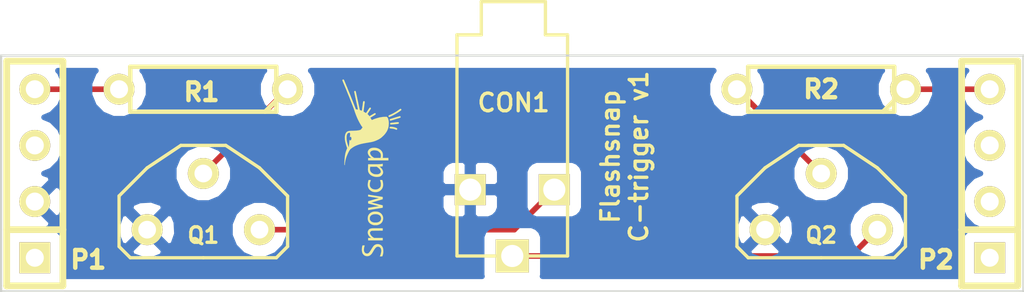
<source format=kicad_pcb>
(kicad_pcb (version 3) (host pcbnew "(2013-jul-07)-stable")

  (general
    (links 9)
    (no_connects 0)
    (area 191.8716 129.189889 240.436401 145.186401)
    (thickness 1.6)
    (drawings 5)
    (tracks 8)
    (zones 0)
    (modules 8)
    (nets 8)
  )

  (page A3)
  (layers
    (15 F.Cu signal)
    (0 B.Cu signal)
    (16 B.Adhes user)
    (17 F.Adhes user)
    (18 B.Paste user)
    (19 F.Paste user)
    (20 B.SilkS user)
    (21 F.SilkS user)
    (22 B.Mask user)
    (23 F.Mask user)
    (24 Dwgs.User user)
    (25 Cmts.User user)
    (26 Eco1.User user)
    (27 Eco2.User user)
    (28 Edge.Cuts user)
  )

  (setup
    (last_trace_width 0.254)
    (trace_clearance 0.254)
    (zone_clearance 0.508)
    (zone_45_only no)
    (trace_min 0.254)
    (segment_width 0.2)
    (edge_width 0.1)
    (via_size 0.889)
    (via_drill 0.635)
    (via_min_size 0.889)
    (via_min_drill 0.508)
    (uvia_size 0.508)
    (uvia_drill 0.127)
    (uvias_allowed no)
    (uvia_min_size 0.508)
    (uvia_min_drill 0.127)
    (pcb_text_width 0.3)
    (pcb_text_size 1.5 1.5)
    (mod_edge_width 0.15)
    (mod_text_size 1 1)
    (mod_text_width 0.15)
    (pad_size 1.4 1.4)
    (pad_drill 1)
    (pad_to_mask_clearance 0)
    (aux_axis_origin 0 0)
    (visible_elements FFFFFFBF)
    (pcbplotparams
      (layerselection 284196865)
      (usegerberextensions true)
      (excludeedgelayer true)
      (linewidth 0.150000)
      (plotframeref false)
      (viasonmask false)
      (mode 1)
      (useauxorigin false)
      (hpglpennumber 1)
      (hpglpenspeed 20)
      (hpglpendiameter 15)
      (hpglpenoverlay 2)
      (psnegative false)
      (psa4output false)
      (plotreference true)
      (plotvalue true)
      (plotothertext true)
      (plotinvisibletext false)
      (padsonsilk false)
      (subtractmaskfromsilk false)
      (outputformat 1)
      (mirror false)
      (drillshape 0)
      (scaleselection 1)
      (outputdirectory gerbers/))
  )

  (net 0 "")
  (net 1 N-000001)
  (net 2 N-0000010)
  (net 3 N-0000011)
  (net 4 N-0000012)
  (net 5 N-000002)
  (net 6 N-000003)
  (net 7 N-000009)

  (net_class Default "This is the default net class."
    (clearance 0.254)
    (trace_width 0.254)
    (via_dia 0.889)
    (via_drill 0.635)
    (uvia_dia 0.508)
    (uvia_drill 0.127)
    (add_net "")
    (add_net N-000001)
    (add_net N-0000010)
    (add_net N-0000011)
    (add_net N-0000012)
    (add_net N-000002)
    (add_net N-000003)
    (add_net N-000009)
  )

  (module SJ2.5PC (layer F.Cu) (tedit 5492BA4A) (tstamp 5491E805)
    (at 217.17 138.43 270)
    (path /5491E788)
    (fp_text reference CON1 (at -1.93 -0.06 360) (layer F.SilkS)
      (effects (font (size 0.8 0.8) (thickness 0.15)))
    )
    (fp_text value BARREL_JACK (at -2.8 3.9 270) (layer F.SilkS) hide
      (effects (font (size 1 1) (thickness 0.15)))
    )
    (fp_line (start 5 2.5) (end -5 2.5) (layer F.SilkS) (width 0.15))
    (fp_line (start -5 -1.5) (end -6.5 -1.5) (layer F.SilkS) (width 0.15))
    (fp_line (start -6.5 -1.5) (end -6.5 1.4) (layer F.SilkS) (width 0.15))
    (fp_line (start -5 2.5) (end -5 1.4) (layer F.SilkS) (width 0.15))
    (fp_line (start -5 1.4) (end -6.5 1.4) (layer F.SilkS) (width 0.15))
    (fp_line (start 5 -2.5) (end -5 -2.5) (layer F.SilkS) (width 0.15))
    (fp_line (start -5 -2.5) (end -5 -1.5) (layer F.SilkS) (width 0.15))
    (fp_line (start 5 -2.5) (end 5 2.5) (layer F.SilkS) (width 0.15))
    (pad 3 thru_hole rect (at 5 0 270) (size 1.5 1.5) (drill 1)
      (layers *.Cu *.Mask F.SilkS)
      (net 6 N-000003)
    )
    (pad 2 thru_hole rect (at 2 -1.9 270) (size 1.4 1.4) (drill 1)
      (layers *.Cu *.Mask F.SilkS)
      (net 5 N-000002)
    )
    (pad 1 thru_hole rect (at 2 1.9 270) (size 1.4 1.4) (drill 1)
      (layers *.Cu *.Mask F.SilkS)
      (net 1 N-000001)
    )
  )

  (module TO92PN-LARGE (layer F.Cu) (tedit 5485FD39) (tstamp 54912F3C)
    (at 203.2 139.7 180)
    (path /54912AB1)
    (fp_text reference Q1 (at 0 -2.794 180) (layer F.SilkS)
      (effects (font (size 0.7 0.7) (thickness 0.15)))
    )
    (fp_text value NPN (at 0 -1.524 180) (layer F.SilkS) hide
      (effects (font (size 0.6 0.6) (thickness 0.15)))
    )
    (fp_line (start -3.81 -3.302) (end -3.81 -1.016) (layer F.SilkS) (width 0.15))
    (fp_line (start -3.81 -1.016) (end -2.54 0.254) (layer F.SilkS) (width 0.15))
    (fp_line (start -2.54 0.254) (end -1.016 1.27) (layer F.SilkS) (width 0.15))
    (fp_line (start -1.016 1.27) (end 1.016 1.27) (layer F.SilkS) (width 0.15))
    (fp_line (start 1.016 1.27) (end 2.54 0.254) (layer F.SilkS) (width 0.15))
    (fp_line (start 2.54 0.254) (end 3.81 -1.016) (layer F.SilkS) (width 0.15))
    (fp_line (start 3.81 -1.016) (end 3.81 -3.302) (layer F.SilkS) (width 0.15))
    (fp_line (start 3.81 -3.302) (end 3.302 -3.81) (layer F.SilkS) (width 0.15))
    (fp_line (start 3.302 -3.81) (end 0 -3.81) (layer F.SilkS) (width 0.15))
    (fp_line (start 0 -3.81) (end -3.302 -3.81) (layer F.SilkS) (width 0.15))
    (fp_line (start -3.302 -3.81) (end -3.81 -3.302) (layer F.SilkS) (width 0.15))
    (pad 1 thru_hole circle (at 2.54 -2.54 180) (size 1.4 1.4) (drill 0.8)
      (layers *.Cu *.Mask F.SilkS)
      (net 1 N-000001)
    )
    (pad 2 thru_hole circle (at 0 0 180) (size 1.4 1.4) (drill 0.8)
      (layers *.Cu *.Mask F.SilkS)
      (net 2 N-0000010)
    )
    (pad 3 thru_hole circle (at -2.54 -2.54 180) (size 1.4 1.4) (drill 0.8)
      (layers *.Cu *.Mask F.SilkS)
      (net 5 N-000002)
    )
    (model to-xxx-packages/to92.wrl
      (at (xyz 0 0 0))
      (scale (xyz 1 1 1))
      (rotate (xyz 0 0 0))
    )
  )

  (module TO92PN-LARGE (layer F.Cu) (tedit 5485FD39) (tstamp 54912F4E)
    (at 231.14 139.7 180)
    (path /54912AC0)
    (fp_text reference Q2 (at 0 -2.794 180) (layer F.SilkS)
      (effects (font (size 0.7 0.7) (thickness 0.15)))
    )
    (fp_text value NPN (at 0 -1.524 180) (layer F.SilkS) hide
      (effects (font (size 0.6 0.6) (thickness 0.15)))
    )
    (fp_line (start -3.81 -3.302) (end -3.81 -1.016) (layer F.SilkS) (width 0.15))
    (fp_line (start -3.81 -1.016) (end -2.54 0.254) (layer F.SilkS) (width 0.15))
    (fp_line (start -2.54 0.254) (end -1.016 1.27) (layer F.SilkS) (width 0.15))
    (fp_line (start -1.016 1.27) (end 1.016 1.27) (layer F.SilkS) (width 0.15))
    (fp_line (start 1.016 1.27) (end 2.54 0.254) (layer F.SilkS) (width 0.15))
    (fp_line (start 2.54 0.254) (end 3.81 -1.016) (layer F.SilkS) (width 0.15))
    (fp_line (start 3.81 -1.016) (end 3.81 -3.302) (layer F.SilkS) (width 0.15))
    (fp_line (start 3.81 -3.302) (end 3.302 -3.81) (layer F.SilkS) (width 0.15))
    (fp_line (start 3.302 -3.81) (end 0 -3.81) (layer F.SilkS) (width 0.15))
    (fp_line (start 0 -3.81) (end -3.302 -3.81) (layer F.SilkS) (width 0.15))
    (fp_line (start -3.302 -3.81) (end -3.81 -3.302) (layer F.SilkS) (width 0.15))
    (pad 1 thru_hole circle (at 2.54 -2.54 180) (size 1.4 1.4) (drill 0.8)
      (layers *.Cu *.Mask F.SilkS)
      (net 1 N-000001)
    )
    (pad 2 thru_hole circle (at 0 0 180) (size 1.4 1.4) (drill 0.8)
      (layers *.Cu *.Mask F.SilkS)
      (net 7 N-000009)
    )
    (pad 3 thru_hole circle (at -2.54 -2.54 180) (size 1.4 1.4) (drill 0.8)
      (layers *.Cu *.Mask F.SilkS)
      (net 6 N-000003)
    )
    (model to-xxx-packages/to92.wrl
      (at (xyz 0 0 0))
      (scale (xyz 1 1 1))
      (rotate (xyz 0 0 0))
    )
  )

  (module R3 (layer F.Cu) (tedit 5491E976) (tstamp 5492B7DD)
    (at 231.14 135.89 180)
    (descr "Resitance 3 pas")
    (tags R)
    (path /549129D5)
    (autoplace_cost180 10)
    (fp_text reference R2 (at 0 0 180) (layer F.SilkS)
      (effects (font (size 0.8 0.8) (thickness 0.2)))
    )
    (fp_text value R (at 0 0.127 180) (layer F.SilkS) hide
      (effects (font (size 1.397 1.27) (thickness 0.2032)))
    )
    (fp_line (start -3.81 0) (end -3.302 0) (layer F.SilkS) (width 0.2032))
    (fp_line (start 3.81 0) (end 3.302 0) (layer F.SilkS) (width 0.2032))
    (fp_line (start 3.302 0) (end 3.302 -1.016) (layer F.SilkS) (width 0.2032))
    (fp_line (start 3.302 -1.016) (end -3.302 -1.016) (layer F.SilkS) (width 0.2032))
    (fp_line (start -3.302 -1.016) (end -3.302 1.016) (layer F.SilkS) (width 0.2032))
    (fp_line (start -3.302 1.016) (end 3.302 1.016) (layer F.SilkS) (width 0.2032))
    (fp_line (start 3.302 1.016) (end 3.302 0) (layer F.SilkS) (width 0.2032))
    (fp_line (start -3.302 -0.508) (end -2.794 -1.016) (layer F.SilkS) (width 0.2032))
    (pad 1 thru_hole circle (at -3.81 0 180) (size 1.397 1.397) (drill 0.8128)
      (layers *.Cu *.Mask F.SilkS)
      (net 4 N-0000012)
    )
    (pad 2 thru_hole circle (at 3.81 0 180) (size 1.397 1.397) (drill 0.8128)
      (layers *.Cu *.Mask F.SilkS)
      (net 7 N-000009)
    )
    (model discret/resistor.wrl
      (at (xyz 0 0 0))
      (scale (xyz 0.3 0.3 0.3))
      (rotate (xyz 0 0 0))
    )
  )

  (module R3 (layer F.Cu) (tedit 54913477) (tstamp 54912F94)
    (at 203.2 135.89 180)
    (descr "Resitance 3 pas")
    (tags R)
    (path /549129D6)
    (autoplace_cost180 10)
    (fp_text reference R1 (at 0.08 -0.13 180) (layer F.SilkS)
      (effects (font (size 0.8 0.8) (thickness 0.2)))
    )
    (fp_text value R (at 0 0.127 180) (layer F.SilkS) hide
      (effects (font (size 1.397 1.27) (thickness 0.2032)))
    )
    (fp_line (start -3.81 0) (end -3.302 0) (layer F.SilkS) (width 0.2032))
    (fp_line (start 3.81 0) (end 3.302 0) (layer F.SilkS) (width 0.2032))
    (fp_line (start 3.302 0) (end 3.302 -1.016) (layer F.SilkS) (width 0.2032))
    (fp_line (start 3.302 -1.016) (end -3.302 -1.016) (layer F.SilkS) (width 0.2032))
    (fp_line (start -3.302 -1.016) (end -3.302 1.016) (layer F.SilkS) (width 0.2032))
    (fp_line (start -3.302 1.016) (end 3.302 1.016) (layer F.SilkS) (width 0.2032))
    (fp_line (start 3.302 1.016) (end 3.302 0) (layer F.SilkS) (width 0.2032))
    (fp_line (start -3.302 -0.508) (end -2.794 -1.016) (layer F.SilkS) (width 0.2032))
    (pad 1 thru_hole circle (at -3.81 0 180) (size 1.397 1.397) (drill 0.8128)
      (layers *.Cu *.Mask F.SilkS)
      (net 2 N-0000010)
    )
    (pad 2 thru_hole circle (at 3.81 0 180) (size 1.397 1.397) (drill 0.8128)
      (layers *.Cu *.Mask F.SilkS)
      (net 3 N-0000011)
    )
    (model discret/resistor.wrl
      (at (xyz 0 0 0))
      (scale (xyz 0.3 0.3 0.3))
      (rotate (xyz 0 0 0))
    )
  )

  (module SIL-4 (layer F.Cu) (tedit 5491E9B8) (tstamp 5491E920)
    (at 195.58 139.7 90)
    (descr "Connecteur 4 pibs")
    (tags "CONN DEV")
    (path /5491E68B)
    (fp_text reference P1 (at -3.9 2.42 180) (layer F.SilkS)
      (effects (font (size 0.8 0.8) (thickness 0.2)))
    )
    (fp_text value CONN_4 (at 0 -2.54 90) (layer F.SilkS) hide
      (effects (font (size 1.524 1.016) (thickness 0.3048)))
    )
    (fp_line (start -5.08 -1.27) (end -5.08 -1.27) (layer F.SilkS) (width 0.3048))
    (fp_line (start -5.08 1.27) (end -5.08 -1.27) (layer F.SilkS) (width 0.3048))
    (fp_line (start -5.08 -1.27) (end -5.08 -1.27) (layer F.SilkS) (width 0.3048))
    (fp_line (start -5.08 -1.27) (end 5.08 -1.27) (layer F.SilkS) (width 0.3048))
    (fp_line (start 5.08 -1.27) (end 5.08 1.27) (layer F.SilkS) (width 0.3048))
    (fp_line (start 5.08 1.27) (end -5.08 1.27) (layer F.SilkS) (width 0.3048))
    (fp_line (start -2.54 1.27) (end -2.54 -1.27) (layer F.SilkS) (width 0.3048))
    (pad 1 thru_hole rect (at -3.81 0 90) (size 1.397 1.397) (drill 0.8128)
      (layers *.Cu *.Mask F.SilkS)
    )
    (pad 2 thru_hole circle (at -1.27 0 90) (size 1.397 1.397) (drill 0.8128)
      (layers *.Cu *.Mask F.SilkS)
      (net 1 N-000001)
    )
    (pad 3 thru_hole circle (at 1.27 0 90) (size 1.397 1.397) (drill 0.8128)
      (layers *.Cu *.Mask F.SilkS)
    )
    (pad 4 thru_hole circle (at 3.81 0 90) (size 1.397 1.397) (drill 0.8128)
      (layers *.Cu *.Mask F.SilkS)
      (net 3 N-0000011)
    )
  )

  (module SIL-4 (layer F.Cu) (tedit 5491E9C9) (tstamp 5491E92F)
    (at 238.76 139.7 90)
    (descr "Connecteur 4 pibs")
    (tags "CONN DEV")
    (path /5491E69A)
    (fp_text reference P2 (at -3.9 -2.43 180) (layer F.SilkS)
      (effects (font (size 0.8 0.8) (thickness 0.2)))
    )
    (fp_text value CONN_4 (at 0 -2.54 90) (layer F.SilkS) hide
      (effects (font (size 1.524 1.016) (thickness 0.3048)))
    )
    (fp_line (start -5.08 -1.27) (end -5.08 -1.27) (layer F.SilkS) (width 0.3048))
    (fp_line (start -5.08 1.27) (end -5.08 -1.27) (layer F.SilkS) (width 0.3048))
    (fp_line (start -5.08 -1.27) (end -5.08 -1.27) (layer F.SilkS) (width 0.3048))
    (fp_line (start -5.08 -1.27) (end 5.08 -1.27) (layer F.SilkS) (width 0.3048))
    (fp_line (start 5.08 -1.27) (end 5.08 1.27) (layer F.SilkS) (width 0.3048))
    (fp_line (start 5.08 1.27) (end -5.08 1.27) (layer F.SilkS) (width 0.3048))
    (fp_line (start -2.54 1.27) (end -2.54 -1.27) (layer F.SilkS) (width 0.3048))
    (pad 1 thru_hole rect (at -3.81 0 90) (size 1.397 1.397) (drill 0.8128)
      (layers *.Cu *.Mask F.SilkS)
    )
    (pad 2 thru_hole circle (at -1.27 0 90) (size 1.397 1.397) (drill 0.8128)
      (layers *.Cu *.Mask F.SilkS)
    )
    (pad 3 thru_hole circle (at 1.27 0 90) (size 1.397 1.397) (drill 0.8128)
      (layers *.Cu *.Mask F.SilkS)
    )
    (pad 4 thru_hole circle (at 3.81 0 90) (size 1.397 1.397) (drill 0.8128)
      (layers *.Cu *.Mask F.SilkS)
      (net 4 N-0000012)
    )
  )

  (module LOGO_SNOWCAP_FRONT_SMALL (layer F.Cu) (tedit 5493CD4C) (tstamp 54961ECA)
    (at 210.82 139.446 90)
    (fp_text reference VAL (at 0 0 90) (layer F.SilkS) hide
      (effects (font (size 0.381 0.381) (thickness 0.09525)))
    )
    (fp_text value REF (at 0 0 90) (layer F.SilkS) hide
      (effects (font (size 0.381 0.381) (thickness 0.09525)))
    )
    (fp_poly (pts (xy 2.66954 1.30302) (xy 2.667 1.31318) (xy 2.65938 1.3208) (xy 2.64922 1.33096)
      (xy 2.63652 1.33604) (xy 2.62636 1.3335) (xy 2.61874 1.3335) (xy 2.61112 1.32842)
      (xy 2.6035 1.3208) (xy 2.59334 1.3081) (xy 2.58064 1.29286) (xy 2.5654 1.27254)
      (xy 2.49936 1.17602) (xy 2.4384 1.07442) (xy 2.37998 0.96774) (xy 2.33172 0.86868)
      (xy 2.32156 0.84074) (xy 2.3114 0.82296) (xy 2.30632 0.80772) (xy 2.30378 0.79502)
      (xy 2.30378 0.7874) (xy 2.30378 0.77978) (xy 2.30632 0.77216) (xy 2.30632 0.77216)
      (xy 2.31394 0.762) (xy 2.32664 0.75438) (xy 2.33934 0.75184) (xy 2.34696 0.75184)
      (xy 2.35458 0.75438) (xy 2.3622 0.75946) (xy 2.36982 0.76708) (xy 2.37744 0.77978)
      (xy 2.38506 0.79756) (xy 2.39776 0.82296) (xy 2.4003 0.83058) (xy 2.43332 0.9017)
      (xy 2.46888 0.97282) (xy 2.50952 1.04394) (xy 2.55016 1.11252) (xy 2.59334 1.17602)
      (xy 2.63398 1.23444) (xy 2.63906 1.24206) (xy 2.6543 1.26238) (xy 2.66446 1.28016)
      (xy 2.66954 1.29286) (xy 2.66954 1.30302) (xy 2.66954 1.30302)) (layer F.SilkS) (width 0.00254))
    (fp_poly (pts (xy 2.33934 1.26746) (xy 2.33426 1.2827) (xy 2.32664 1.29286) (xy 2.3114 1.30048)
      (xy 2.2987 1.30302) (xy 2.28346 1.29794) (xy 2.27838 1.2954) (xy 2.2733 1.28778)
      (xy 2.26568 1.27762) (xy 2.26568 1.27254) (xy 2.26314 1.26492) (xy 2.25806 1.25222)
      (xy 2.25044 1.2319) (xy 2.24282 1.2065) (xy 2.2352 1.17856) (xy 2.22504 1.14808)
      (xy 2.21488 1.11252) (xy 2.20472 1.0795) (xy 2.19456 1.04394) (xy 2.18186 1.00838)
      (xy 2.1717 0.97536) (xy 2.16408 0.94234) (xy 2.15392 0.9144) (xy 2.14884 0.89154)
      (xy 2.14122 0.87122) (xy 2.13868 0.85852) (xy 2.13614 0.8509) (xy 2.13614 0.84074)
      (xy 2.13868 0.83312) (xy 2.14884 0.81788) (xy 2.16408 0.81026) (xy 2.17678 0.81026)
      (xy 2.19202 0.8128) (xy 2.20218 0.8255) (xy 2.20726 0.83312) (xy 2.21234 0.84074)
      (xy 2.21742 0.85598) (xy 2.2225 0.8763) (xy 2.23012 0.9017) (xy 2.24028 0.93218)
      (xy 2.25044 0.9652) (xy 2.2606 0.99822) (xy 2.27076 1.03378) (xy 2.28346 1.06934)
      (xy 2.29362 1.1049) (xy 2.30378 1.14046) (xy 2.3114 1.17094) (xy 2.32156 1.20142)
      (xy 2.32664 1.22428) (xy 2.33172 1.2446) (xy 2.3368 1.25984) (xy 2.33934 1.26746)
      (xy 2.33934 1.26746) (xy 2.33934 1.26746)) (layer F.SilkS) (width 0.00254))
    (fp_poly (pts (xy 2.06502 1.17602) (xy 2.06502 1.18872) (xy 2.06502 1.19634) (xy 2.06248 1.20142)
      (xy 2.06248 1.2065) (xy 2.05994 1.20904) (xy 2.05486 1.21412) (xy 2.05486 1.21412)
      (xy 2.03962 1.22428) (xy 2.02438 1.22428) (xy 2.01168 1.2192) (xy 2.0066 1.21412)
      (xy 1.99644 1.20396) (xy 1.99136 1.19126) (xy 1.99136 1.18872) (xy 1.99136 1.1811)
      (xy 1.98882 1.1684) (xy 1.98628 1.14808) (xy 1.98374 1.12268) (xy 1.9812 1.09474)
      (xy 1.97866 1.06172) (xy 1.97358 1.02616) (xy 1.97358 1.01854) (xy 1.9685 0.9779)
      (xy 1.96596 0.94488) (xy 1.96342 0.91948) (xy 1.96342 0.89916) (xy 1.96088 0.88392)
      (xy 1.96088 0.87122) (xy 1.96088 0.8636) (xy 1.96088 0.85598) (xy 1.96088 0.85344)
      (xy 1.96342 0.84836) (xy 1.96596 0.84582) (xy 1.97612 0.83312) (xy 1.98882 0.8255)
      (xy 2.00406 0.8255) (xy 2.01676 0.83312) (xy 2.02692 0.84328) (xy 2.02946 0.84836)
      (xy 2.032 0.85852) (xy 2.03454 0.87376) (xy 2.03708 0.89662) (xy 2.04216 0.9271)
      (xy 2.0447 0.96266) (xy 2.04978 1.00584) (xy 2.04978 1.00584) (xy 2.05486 1.04902)
      (xy 2.05994 1.08712) (xy 2.06248 1.1176) (xy 2.06502 1.143) (xy 2.06502 1.16078)
      (xy 2.06502 1.17602) (xy 2.06502 1.17602)) (layer F.SilkS) (width 0.00254))
    (fp_poly (pts (xy 1.85674 0.85852) (xy 1.85674 0.87884) (xy 1.8542 0.90678) (xy 1.85166 0.93726)
      (xy 1.84658 0.97028) (xy 1.8415 0.99822) (xy 1.83388 1.02362) (xy 1.83388 1.0287)
      (xy 1.82372 1.05918) (xy 1.81356 1.08712) (xy 1.8034 1.11252) (xy 1.79324 1.1303)
      (xy 1.78308 1.143) (xy 1.778 1.14554) (xy 1.76276 1.14808) (xy 1.74752 1.14554)
      (xy 1.73736 1.14046) (xy 1.7272 1.1303) (xy 1.72212 1.1176) (xy 1.72466 1.10236)
      (xy 1.73228 1.08204) (xy 1.73482 1.07696) (xy 1.74752 1.04394) (xy 1.76022 1.00584)
      (xy 1.76784 0.9652) (xy 1.77546 0.9144) (xy 1.78054 0.86106) (xy 1.78308 0.84328)
      (xy 1.78562 0.83058) (xy 1.78816 0.82042) (xy 1.7907 0.81534) (xy 1.79578 0.81026)
      (xy 1.79578 0.81026) (xy 1.81102 0.80264) (xy 1.82626 0.80264) (xy 1.8415 0.80772)
      (xy 1.84658 0.8128) (xy 1.85166 0.81788) (xy 1.8542 0.8255) (xy 1.85674 0.83312)
      (xy 1.85674 0.84582) (xy 1.85674 0.85852) (xy 1.85674 0.85852)) (layer F.SilkS) (width 0.00254))
    (fp_poly (pts (xy 3.99796 -1.29286) (xy 3.99542 -1.28016) (xy 3.9878 -1.26746) (xy 3.9878 -1.26492)
      (xy 3.98018 -1.26238) (xy 3.96748 -1.2573) (xy 3.9497 -1.24714) (xy 3.92938 -1.23952)
      (xy 3.90652 -1.22936) (xy 3.8989 -1.22682) (xy 3.88112 -1.2192) (xy 3.85826 -1.20904)
      (xy 3.82778 -1.19634) (xy 3.79222 -1.1811) (xy 3.75412 -1.16586) (xy 3.71348 -1.15062)
      (xy 3.6703 -1.1303) (xy 3.62712 -1.11252) (xy 3.5814 -1.09474) (xy 3.57378 -1.0922)
      (xy 3.48488 -1.05664) (xy 3.39598 -1.01854) (xy 3.30454 -0.98044) (xy 3.2131 -0.94488)
      (xy 3.1242 -0.90932) (xy 3.0353 -0.87376) (xy 2.95148 -0.84074) (xy 2.8702 -0.80772)
      (xy 2.79654 -0.77978) (xy 2.78892 -0.77724) (xy 2.75844 -0.76454) (xy 2.7305 -0.75438)
      (xy 2.7051 -0.74422) (xy 2.68478 -0.7366) (xy 2.66954 -0.73152) (xy 2.65938 -0.72644)
      (xy 2.65684 -0.72644) (xy 2.65176 -0.7239) (xy 2.64922 -0.71882) (xy 2.64668 -0.70866)
      (xy 2.64414 -0.69342) (xy 2.6416 -0.67564) (xy 2.63906 -0.65786) (xy 2.63652 -0.64262)
      (xy 2.63652 -0.62992) (xy 2.63652 -0.62738) (xy 2.63906 -0.62738) (xy 2.65176 -0.62992)
      (xy 2.66954 -0.635) (xy 2.6924 -0.64008) (xy 2.72288 -0.64516) (xy 2.75844 -0.65278)
      (xy 2.79908 -0.6604) (xy 2.84226 -0.67056) (xy 2.89052 -0.68072) (xy 2.94132 -0.69342)
      (xy 2.99466 -0.70358) (xy 3.03022 -0.7112) (xy 3.0861 -0.7239) (xy 3.13944 -0.73406)
      (xy 3.19024 -0.74676) (xy 3.2385 -0.75692) (xy 3.28168 -0.76454) (xy 3.32232 -0.7747)
      (xy 3.35534 -0.77978) (xy 3.38582 -0.7874) (xy 3.41122 -0.79248) (xy 3.429 -0.79502)
      (xy 3.43916 -0.79756) (xy 3.4417 -0.79756) (xy 3.45948 -0.79502) (xy 3.46964 -0.78486)
      (xy 3.47726 -0.77216) (xy 3.4798 -0.762) (xy 3.47726 -0.74676) (xy 3.4671 -0.73406)
      (xy 3.45948 -0.72898) (xy 3.4544 -0.72644) (xy 3.4417 -0.7239) (xy 3.42138 -0.71882)
      (xy 3.39598 -0.71374) (xy 3.3655 -0.70612) (xy 3.32994 -0.6985) (xy 3.28676 -0.68834)
      (xy 3.24104 -0.67818) (xy 3.19278 -0.66802) (xy 3.14198 -0.65786) (xy 3.0861 -0.64516)
      (xy 3.03022 -0.63246) (xy 2.61366 -0.54356) (xy 2.60096 -0.50292) (xy 2.59334 -0.4826)
      (xy 2.58826 -0.46736) (xy 2.58318 -0.4572) (xy 2.58318 -0.45212) (xy 2.58318 -0.44958)
      (xy 2.58572 -0.44958) (xy 2.58572 -0.44958) (xy 2.59334 -0.44958) (xy 2.60604 -0.44704)
      (xy 2.62636 -0.4445) (xy 2.64922 -0.44196) (xy 2.6797 -0.43688) (xy 2.71018 -0.43434)
      (xy 2.7432 -0.42926) (xy 2.77876 -0.42418) (xy 2.81432 -0.4191) (xy 2.84988 -0.41402)
      (xy 2.8829 -0.40894) (xy 2.91338 -0.4064) (xy 2.94132 -0.40132) (xy 2.96418 -0.39878)
      (xy 2.97942 -0.39624) (xy 2.99212 -0.3937) (xy 2.9972 -0.39116) (xy 3.0099 -0.38354)
      (xy 3.01752 -0.3683) (xy 3.01752 -0.35306) (xy 3.01244 -0.33528) (xy 2.99974 -0.32512)
      (xy 2.9845 -0.32004) (xy 2.98196 -0.32004) (xy 2.97688 -0.32258) (xy 2.96164 -0.32258)
      (xy 2.94132 -0.32512) (xy 2.91592 -0.32766) (xy 2.88544 -0.33274) (xy 2.85242 -0.33782)
      (xy 2.81432 -0.34036) (xy 2.77368 -0.34798) (xy 2.7559 -0.34798) (xy 2.71526 -0.3556)
      (xy 2.6797 -0.35814) (xy 2.64414 -0.36322) (xy 2.61366 -0.3683) (xy 2.58826 -0.37084)
      (xy 2.5654 -0.37338) (xy 2.5527 -0.37338) (xy 2.54508 -0.37338) (xy 2.54254 -0.37338)
      (xy 2.54 -0.37084) (xy 2.53492 -0.36068) (xy 2.5273 -0.34544) (xy 2.51714 -0.32766)
      (xy 2.50952 -0.3175) (xy 2.47904 -0.26416) (xy 2.59588 -0.18542) (xy 2.62382 -0.16764)
      (xy 2.64922 -0.14986) (xy 2.67208 -0.13462) (xy 2.6924 -0.11938) (xy 2.7051 -0.10922)
      (xy 2.71526 -0.1016) (xy 2.72034 -0.09652) (xy 2.72542 -0.08128) (xy 2.72542 -0.06604)
      (xy 2.71526 -0.05334) (xy 2.71526 -0.05334) (xy 2.71018 -0.04572) (xy 2.70256 -0.04318)
      (xy 2.69748 -0.04064) (xy 2.68986 -0.04064) (xy 2.6797 -0.04318) (xy 2.66954 -0.04826)
      (xy 2.6543 -0.05588) (xy 2.63398 -0.06858) (xy 2.61112 -0.08382) (xy 2.58064 -0.1016)
      (xy 2.55778 -0.11938) (xy 2.52984 -0.13716) (xy 2.50444 -0.1524) (xy 2.48158 -0.16764)
      (xy 2.4638 -0.18034) (xy 2.44856 -0.1905) (xy 2.4384 -0.19558) (xy 2.43586 -0.19558)
      (xy 2.43332 -0.19304) (xy 2.4257 -0.18542) (xy 2.413 -0.17526) (xy 2.40792 -0.17018)
      (xy 2.39522 -0.15748) (xy 2.38252 -0.14478) (xy 2.36474 -0.12954) (xy 2.35204 -0.11938)
      (xy 2.33934 -0.10922) (xy 2.33426 -0.10668) (xy 2.3368 -0.10414) (xy 2.34188 -0.09398)
      (xy 2.35204 -0.07874) (xy 2.3622 -0.06096) (xy 2.37744 -0.0381) (xy 2.39268 -0.0127)
      (xy 2.40538 0.01016) (xy 2.4257 0.04318) (xy 2.44094 0.07112) (xy 2.45618 0.09398)
      (xy 2.4638 0.11176) (xy 2.47142 0.127) (xy 2.47396 0.13716) (xy 2.4765 0.14478)
      (xy 2.47396 0.1524) (xy 2.47142 0.15748) (xy 2.46634 0.16256) (xy 2.4638 0.1651)
      (xy 2.44856 0.17526) (xy 2.43332 0.17526) (xy 2.42062 0.17018) (xy 2.413 0.16256)
      (xy 2.40792 0.15748) (xy 2.39776 0.14478) (xy 2.3876 0.127) (xy 2.37236 0.10668)
      (xy 2.35712 0.08128) (xy 2.34188 0.05334) (xy 2.33426 0.04318) (xy 2.31902 0.01778)
      (xy 2.30378 -0.00762) (xy 2.29108 -0.02794) (xy 2.28092 -0.04572) (xy 2.2733 -0.05842)
      (xy 2.26822 -0.0635) (xy 2.26822 -0.0635) (xy 2.26314 -0.0635) (xy 2.25552 -0.05842)
      (xy 2.24028 -0.04826) (xy 2.22504 -0.0381) (xy 2.21488 -0.03302) (xy 2.16154 0)
      (xy 2.1717 0.02286) (xy 2.2098 0.11176) (xy 2.24028 0.20574) (xy 2.26822 0.30226)
      (xy 2.28092 0.35052) (xy 2.28854 0.39878) (xy 2.29616 0.44704) (xy 2.30378 0.49784)
      (xy 2.30632 0.54864) (xy 2.30886 0.59436) (xy 2.30886 0.635) (xy 2.30886 0.67564)
      (xy 2.29108 0.69596) (xy 2.27584 0.70866) (xy 2.2606 0.72136) (xy 2.24282 0.72898)
      (xy 2.21996 0.7366) (xy 2.19456 0.74422) (xy 2.14376 0.75692) (xy 2.09804 0.76454)
      (xy 2.05486 0.76708) (xy 2.0066 0.76962) (xy 1.9558 0.76454) (xy 1.9431 0.76454)
      (xy 1.905 0.762) (xy 1.87198 0.75692) (xy 1.84404 0.75184) (xy 1.81864 0.74676)
      (xy 1.79324 0.73914) (xy 1.76784 0.72898) (xy 1.73736 0.71882) (xy 1.7272 0.71374)
      (xy 1.66624 0.6858) (xy 1.61036 0.65278) (xy 1.59512 0.64008) (xy 1.59512 -1.0033)
      (xy 1.59258 -1.01854) (xy 1.58496 -1.04902) (xy 1.57226 -1.07442) (xy 1.5621 -1.08966)
      (xy 1.54432 -1.1049) (xy 1.51892 -1.1176) (xy 1.49352 -1.12776) (xy 1.46558 -1.13538)
      (xy 1.44526 -1.14046) (xy 1.41986 -1.14046) (xy 1.39192 -1.143) (xy 1.36144 -1.143)
      (xy 1.32842 -1.143) (xy 1.29794 -1.14046) (xy 1.27 -1.13792) (xy 1.25222 -1.13538)
      (xy 1.21666 -1.1303) (xy 1.17856 -1.12268) (xy 1.13792 -1.11252) (xy 1.09474 -1.09982)
      (xy 1.05156 -1.08712) (xy 1.01092 -1.07442) (xy 0.97536 -1.06172) (xy 0.9652 -1.05918)
      (xy 0.9271 -1.04394) (xy 0.94742 -1.0414) (xy 0.97028 -1.03632) (xy 0.99822 -1.03378)
      (xy 1.03124 -1.03124) (xy 1.0668 -1.02616) (xy 1.10236 -1.02362) (xy 1.13538 -1.02108)
      (xy 1.1684 -1.01854) (xy 1.19888 -1.016) (xy 1.22174 -1.01346) (xy 1.23952 -1.01346)
      (xy 1.23952 -1.01346) (xy 1.27254 -1.01346) (xy 1.2573 -1.0033) (xy 1.2446 -0.9906)
      (xy 1.23952 -0.9779) (xy 1.24206 -0.96266) (xy 1.24206 -0.96012) (xy 1.24968 -0.94742)
      (xy 1.26238 -0.9398) (xy 1.2827 -0.92964) (xy 1.29032 -0.9271) (xy 1.3081 -0.92456)
      (xy 1.32842 -0.92202) (xy 1.34874 -0.92456) (xy 1.36652 -0.9271) (xy 1.38176 -0.93218)
      (xy 1.38176 -0.93218) (xy 1.397 -0.94488) (xy 1.40462 -0.95758) (xy 1.40462 -0.97282)
      (xy 1.397 -0.98552) (xy 1.39446 -0.9906) (xy 1.38938 -0.99314) (xy 1.38938 -0.99568)
      (xy 1.38938 -0.99568) (xy 1.397 -0.99568) (xy 1.41224 -0.99314) (xy 1.42494 -0.9906)
      (xy 1.44526 -0.98806) (xy 1.46812 -0.98552) (xy 1.49352 -0.98298) (xy 1.50368 -0.98298)
      (xy 1.524 -0.98044) (xy 1.53924 -0.98044) (xy 1.54686 -0.98298) (xy 1.55702 -0.98552)
      (xy 1.56464 -0.98806) (xy 1.57226 -0.9906) (xy 1.59512 -1.0033) (xy 1.59512 0.64008)
      (xy 1.55702 0.61468) (xy 1.50368 0.5715) (xy 1.46812 0.53848) (xy 1.42494 0.49276)
      (xy 1.38684 0.45212) (xy 1.35128 0.40894) (xy 1.3208 0.36322) (xy 1.29286 0.3175)
      (xy 1.26746 0.2667) (xy 1.24206 0.21082) (xy 1.2192 0.15748) (xy 1.20904 0.127)
      (xy 1.19888 0.1016) (xy 1.19126 0.07366) (xy 1.18364 0.04572) (xy 1.17602 0.01524)
      (xy 1.1684 -0.02032) (xy 1.16078 -0.05842) (xy 1.15316 -0.1016) (xy 1.14554 -0.1524)
      (xy 1.14046 -0.17526) (xy 1.12776 -0.254) (xy 1.11506 -0.32512) (xy 1.10236 -0.39116)
      (xy 1.08966 -0.45212) (xy 1.07696 -0.508) (xy 1.06172 -0.5588) (xy 1.04648 -0.60706)
      (xy 1.0287 -0.65532) (xy 1.01092 -0.70104) (xy 0.9906 -0.74676) (xy 0.97282 -0.78232)
      (xy 0.96266 -0.8001) (xy 0.94996 -0.82042) (xy 0.93472 -0.84582) (xy 0.91948 -0.86868)
      (xy 0.9017 -0.89408) (xy 0.88392 -0.91948) (xy 0.86614 -0.9398) (xy 0.85344 -0.96012)
      (xy 0.84074 -0.97282) (xy 0.83058 -0.98044) (xy 0.83058 -0.98044) (xy 0.79502 -1.00584)
      (xy 0.75438 -1.03124) (xy 0.70612 -1.05664) (xy 0.65532 -1.08204) (xy 0.60452 -1.1049)
      (xy 0.55118 -1.12776) (xy 0.50038 -1.14808) (xy 0.44958 -1.16332) (xy 0.4445 -1.16586)
      (xy 0.39878 -1.17856) (xy 0.35814 -1.18872) (xy 0.32258 -1.19888) (xy 0.28956 -1.20396)
      (xy 0.254 -1.21158) (xy 0.22098 -1.21412) (xy 0.18542 -1.2192) (xy 0.16256 -1.2192)
      (xy 0.14478 -1.22174) (xy 0.13462 -1.22174) (xy 0.127 -1.22428) (xy 0.12446 -1.22682)
      (xy 0.12446 -1.22936) (xy 0.12446 -1.23444) (xy 0.12954 -1.23698) (xy 0.13462 -1.23952)
      (xy 0.14478 -1.23952) (xy 0.16002 -1.24206) (xy 0.18034 -1.24206) (xy 0.20574 -1.23952)
      (xy 0.23876 -1.23952) (xy 0.27432 -1.23952) (xy 0.3556 -1.23444) (xy 0.42672 -1.22936)
      (xy 0.49276 -1.22174) (xy 0.55626 -1.21412) (xy 0.61214 -1.20396) (xy 0.66548 -1.1938)
      (xy 0.71882 -1.17856) (xy 0.76708 -1.16332) (xy 0.81788 -1.143) (xy 0.8382 -1.13538)
      (xy 0.85852 -1.12776) (xy 0.87376 -1.12014) (xy 0.88646 -1.11506) (xy 0.89662 -1.11506)
      (xy 0.89662 -1.11506) (xy 0.9017 -1.1176) (xy 0.9144 -1.12268) (xy 0.92964 -1.12776)
      (xy 0.9398 -1.1303) (xy 0.97282 -1.143) (xy 1.01346 -1.1557) (xy 1.05664 -1.1684)
      (xy 1.09982 -1.1811) (xy 1.143 -1.19126) (xy 1.18364 -1.20142) (xy 1.22174 -1.20904)
      (xy 1.23698 -1.21158) (xy 1.27 -1.21666) (xy 1.3081 -1.2192) (xy 1.3462 -1.2192)
      (xy 1.3843 -1.22174) (xy 1.41732 -1.2192) (xy 1.4351 -1.21666) (xy 1.4859 -1.20904)
      (xy 1.53162 -1.19634) (xy 1.56972 -1.17856) (xy 1.60274 -1.1557) (xy 1.62814 -1.1303)
      (xy 1.64846 -1.09982) (xy 1.65354 -1.08458) (xy 1.65862 -1.07188) (xy 1.66116 -1.05918)
      (xy 1.66624 -1.0414) (xy 1.66878 -1.02108) (xy 1.67132 -0.99822) (xy 1.67386 -0.97028)
      (xy 1.6764 -0.93472) (xy 1.6764 -0.89408) (xy 1.67894 -0.84836) (xy 1.67894 -0.8382)
      (xy 1.68148 -0.78232) (xy 1.68402 -0.73152) (xy 1.68656 -0.68834) (xy 1.69164 -0.65024)
      (xy 1.69418 -0.61722) (xy 1.69926 -0.58928) (xy 1.70434 -0.56642) (xy 1.70942 -0.5461)
      (xy 1.7145 -0.52832) (xy 1.72212 -0.51308) (xy 1.72212 -0.51308) (xy 1.72466 -0.50546)
      (xy 1.72974 -0.50038) (xy 1.73482 -0.49276) (xy 1.74498 -0.48514) (xy 1.75514 -0.47752)
      (xy 1.77292 -0.46228) (xy 1.78816 -0.45212) (xy 1.8288 -0.4191) (xy 1.8542 -0.43688)
      (xy 1.8796 -0.4572) (xy 1.91262 -0.48006) (xy 1.95072 -0.50292) (xy 1.9939 -0.52832)
      (xy 2.04216 -0.55626) (xy 2.09042 -0.58166) (xy 2.13868 -0.60706) (xy 2.18694 -0.62992)
      (xy 2.2352 -0.65278) (xy 2.26568 -0.66548) (xy 2.30124 -0.68072) (xy 2.33934 -0.69596)
      (xy 2.37998 -0.71374) (xy 2.42316 -0.72898) (xy 2.4638 -0.74422) (xy 2.50444 -0.75946)
      (xy 2.54254 -0.77216) (xy 2.57556 -0.78232) (xy 2.60096 -0.78994) (xy 2.6035 -0.78994)
      (xy 2.62128 -0.79756) (xy 2.64414 -0.80518) (xy 2.67716 -0.81534) (xy 2.71526 -0.83058)
      (xy 2.75844 -0.84836) (xy 2.80924 -0.86614) (xy 2.86512 -0.889) (xy 2.92608 -0.91186)
      (xy 2.99212 -0.9398) (xy 3.06324 -0.96774) (xy 3.13944 -0.99822) (xy 3.21818 -1.0287)
      (xy 3.302 -1.06426) (xy 3.38836 -1.09982) (xy 3.4798 -1.13538) (xy 3.57378 -1.17348)
      (xy 3.66776 -1.21412) (xy 3.76682 -1.25476) (xy 3.85064 -1.29032) (xy 3.88112 -1.30302)
      (xy 3.90652 -1.31318) (xy 3.92684 -1.3208) (xy 3.93954 -1.32588) (xy 3.95224 -1.32842)
      (xy 3.95986 -1.33096) (xy 3.96494 -1.33096) (xy 3.97002 -1.33096) (xy 3.9751 -1.32842)
      (xy 3.9751 -1.32842) (xy 3.9878 -1.3208) (xy 3.99542 -1.3081) (xy 3.99796 -1.29286)
      (xy 3.99796 -1.29286)) (layer F.SilkS) (width 0.00254))
    (fp_poly (pts (xy 0.91186 0.1016) (xy 0.90932 0.15748) (xy 0.9017 0.20828) (xy 0.889 0.254)
      (xy 0.87122 0.29972) (xy 0.86614 0.30988) (xy 0.8382 0.35814) (xy 0.80518 0.40132)
      (xy 0.79248 0.41402) (xy 0.79248 0.13716) (xy 0.79248 0.09144) (xy 0.7874 0.0508)
      (xy 0.77724 0.01524) (xy 0.76454 -0.01778) (xy 0.74676 -0.04318) (xy 0.72644 -0.06096)
      (xy 0.70358 -0.07366) (xy 0.67818 -0.07874) (xy 0.65278 -0.07874) (xy 0.62484 -0.06858)
      (xy 0.59436 -0.05334) (xy 0.56388 -0.03302) (xy 0.53594 -0.00762) (xy 0.50546 0.0254)
      (xy 0.47752 0.0635) (xy 0.47498 0.06858) (xy 0.44958 0.10668) (xy 0.44958 0.25146)
      (xy 0.44958 0.39624) (xy 0.48006 0.40132) (xy 0.50546 0.4064) (xy 0.5334 0.40894)
      (xy 0.56134 0.40894) (xy 0.58674 0.4064) (xy 0.60706 0.40386) (xy 0.61214 0.40386)
      (xy 0.64008 0.3937) (xy 0.66548 0.381) (xy 0.68834 0.36322) (xy 0.7112 0.3429)
      (xy 0.7366 0.31242) (xy 0.75946 0.28194) (xy 0.7747 0.24638) (xy 0.78486 0.20574)
      (xy 0.78994 0.16002) (xy 0.79248 0.13716) (xy 0.79248 0.41402) (xy 0.76962 0.43434)
      (xy 0.73152 0.46228) (xy 0.68834 0.4826) (xy 0.64008 0.4953) (xy 0.635 0.49784)
      (xy 0.6223 0.49784) (xy 0.60198 0.50038) (xy 0.57912 0.50038) (xy 0.55372 0.50038)
      (xy 0.52578 0.50038) (xy 0.50292 0.49784) (xy 0.48006 0.49784) (xy 0.46482 0.4953)
      (xy 0.45974 0.4953) (xy 0.44958 0.49276) (xy 0.44958 0.61976) (xy 0.44958 0.7493)
      (xy 0.3937 0.7493) (xy 0.33782 0.7493) (xy 0.33782 0.28956) (xy 0.33782 -0.17018)
      (xy 0.39116 -0.16764) (xy 0.44704 -0.16764) (xy 0.44704 -0.09652) (xy 0.44958 -0.0254)
      (xy 0.47498 -0.05842) (xy 0.508 -0.09652) (xy 0.54864 -0.12954) (xy 0.58928 -0.15494)
      (xy 0.61976 -0.16764) (xy 0.6477 -0.1778) (xy 0.6731 -0.18288) (xy 0.70104 -0.18288)
      (xy 0.7112 -0.18288) (xy 0.74422 -0.18034) (xy 0.77216 -0.16764) (xy 0.80264 -0.1524)
      (xy 0.83058 -0.127) (xy 0.83312 -0.127) (xy 0.84836 -0.11176) (xy 0.86106 -0.09652)
      (xy 0.87122 -0.07874) (xy 0.87884 -0.0635) (xy 0.89154 -0.03556) (xy 0.89916 -0.00762)
      (xy 0.90678 0.02286) (xy 0.90932 0.05588) (xy 0.91186 0.09398) (xy 0.91186 0.1016)
      (xy 0.91186 0.1016)) (layer F.SilkS) (width 0.00254))
    (fp_poly (pts (xy -3.44678 0.25146) (xy -3.44678 0.29464) (xy -3.45694 0.33528) (xy -3.46964 0.37084)
      (xy -3.48996 0.40894) (xy -3.52044 0.43942) (xy -3.55346 0.46736) (xy -3.59156 0.49022)
      (xy -3.63728 0.50546) (xy -3.66014 0.51054) (xy -3.68046 0.51308) (xy -3.7084 0.51562)
      (xy -3.73634 0.51816) (xy -3.76682 0.51816) (xy -3.7973 0.51816) (xy -3.8227 0.51816)
      (xy -3.84048 0.51562) (xy -3.87604 0.51054) (xy -3.91414 0.50292) (xy -3.95224 0.49022)
      (xy -3.96748 0.48514) (xy -4.0005 0.47498) (xy -4.00304 0.41656) (xy -4.00304 0.36068)
      (xy -3.96748 0.37846) (xy -3.92684 0.3937) (xy -3.88112 0.4064) (xy -3.83794 0.41656)
      (xy -3.7973 0.42418) (xy -3.7592 0.42926) (xy -3.74904 0.42926) (xy -3.71856 0.42672)
      (xy -3.68808 0.4191) (xy -3.6576 0.41148) (xy -3.6322 0.39878) (xy -3.61188 0.38354)
      (xy -3.60934 0.381) (xy -3.58902 0.35814) (xy -3.57378 0.3302) (xy -3.56616 0.29972)
      (xy -3.56362 0.26924) (xy -3.56362 0.2667) (xy -3.5687 0.24638) (xy -3.57378 0.22606)
      (xy -3.58394 0.20828) (xy -3.59664 0.18796) (xy -3.61696 0.17018) (xy -3.63982 0.14986)
      (xy -3.66776 0.12954) (xy -3.70078 0.10668) (xy -3.74396 0.08128) (xy -3.77444 0.0635)
      (xy -3.80746 0.04572) (xy -3.83286 0.02794) (xy -3.85572 0.01524) (xy -3.8735 0.00254)
      (xy -3.89128 -0.01016) (xy -3.90398 -0.02286) (xy -3.91922 -0.03556) (xy -3.91922 -0.0381)
      (xy -3.9497 -0.07366) (xy -3.97256 -0.10922) (xy -3.98526 -0.14986) (xy -3.99288 -0.1905)
      (xy -3.99288 -0.20574) (xy -3.99034 -0.25146) (xy -3.98018 -0.28956) (xy -3.96494 -0.32512)
      (xy -3.94208 -0.35814) (xy -3.92684 -0.37338) (xy -3.8989 -0.39624) (xy -3.8735 -0.41656)
      (xy -3.84048 -0.42926) (xy -3.80746 -0.43942) (xy -3.76428 -0.44704) (xy -3.74396 -0.44958)
      (xy -3.71094 -0.45212) (xy -3.67538 -0.44958) (xy -3.63982 -0.44704) (xy -3.60172 -0.4445)
      (xy -3.5687 -0.43942) (xy -3.53822 -0.4318) (xy -3.5179 -0.42418) (xy -3.50774 -0.42164)
      (xy -3.50774 -0.37338) (xy -3.50774 -0.3556) (xy -3.50774 -0.34036) (xy -3.50774 -0.32766)
      (xy -3.50774 -0.32512) (xy -3.51282 -0.32512) (xy -3.52298 -0.32766) (xy -3.53822 -0.3302)
      (xy -3.54584 -0.33274) (xy -3.59664 -0.34798) (xy -3.65252 -0.3556) (xy -3.68046 -0.35814)
      (xy -3.72618 -0.35814) (xy -3.76428 -0.35306) (xy -3.7973 -0.34036) (xy -3.82778 -0.32004)
      (xy -3.83794 -0.30988) (xy -3.85572 -0.2921) (xy -3.86588 -0.27178) (xy -3.87096 -0.24892)
      (xy -3.8735 -0.22098) (xy -3.8735 -0.2032) (xy -3.87096 -0.18542) (xy -3.86588 -0.17018)
      (xy -3.85826 -0.15494) (xy -3.8481 -0.1397) (xy -3.83286 -0.12446) (xy -3.81508 -0.10922)
      (xy -3.78968 -0.09144) (xy -3.76174 -0.07112) (xy -3.72618 -0.04826) (xy -3.68554 -0.02286)
      (xy -3.67284 -0.01778) (xy -3.63474 0.00762) (xy -3.60172 0.02794) (xy -3.57632 0.04572)
      (xy -3.55346 0.06096) (xy -3.53568 0.0762) (xy -3.52044 0.0889) (xy -3.50774 0.10414)
      (xy -3.49504 0.11684) (xy -3.48488 0.13462) (xy -3.48234 0.13716) (xy -3.46456 0.17272)
      (xy -3.45186 0.21082) (xy -3.44678 0.25146) (xy -3.44678 0.25146)) (layer F.SilkS) (width 0.00254))
    (fp_poly (pts (xy -1.97612 0.1905) (xy -1.97866 0.2286) (xy -1.98374 0.26162) (xy -1.99136 0.2921)
      (xy -2.00152 0.32258) (xy -2.02692 0.3683) (xy -2.05486 0.40894) (xy -2.09042 0.44196)
      (xy -2.09296 0.4445) (xy -2.09296 0.15748) (xy -2.0955 0.10922) (xy -2.10312 0.06604)
      (xy -2.11582 0.0254) (xy -2.1336 -0.01016) (xy -2.15392 -0.03556) (xy -2.17932 -0.06096)
      (xy -2.20472 -0.0762) (xy -2.23774 -0.0889) (xy -2.27076 -0.09144) (xy -2.29362 -0.09144)
      (xy -2.31394 -0.09144) (xy -2.32918 -0.0889) (xy -2.34188 -0.08636) (xy -2.35712 -0.07874)
      (xy -2.35966 -0.07874) (xy -2.39014 -0.05842) (xy -2.41808 -0.03302) (xy -2.4384 -0.00254)
      (xy -2.45618 0.0381) (xy -2.4638 0.05842) (xy -2.46634 0.07112) (xy -2.46888 0.08382)
      (xy -2.47142 0.09652) (xy -2.47142 0.11176) (xy -2.47142 0.13208) (xy -2.47142 0.15748)
      (xy -2.47142 0.16256) (xy -2.47142 0.19558) (xy -2.47142 0.22098) (xy -2.46888 0.24384)
      (xy -2.4638 0.26416) (xy -2.45872 0.28194) (xy -2.4511 0.30226) (xy -2.44348 0.3175)
      (xy -2.42316 0.35052) (xy -2.39776 0.37846) (xy -2.36982 0.39878) (xy -2.3368 0.41148)
      (xy -2.30124 0.4191) (xy -2.26314 0.4191) (xy -2.25298 0.41656) (xy -2.21742 0.4064)
      (xy -2.18694 0.39116) (xy -2.159 0.3683) (xy -2.13614 0.33782) (xy -2.11836 0.3048)
      (xy -2.10312 0.26162) (xy -2.0955 0.2159) (xy -2.09296 0.20574) (xy -2.09296 0.15748)
      (xy -2.09296 0.4445) (xy -2.12852 0.4699) (xy -2.16916 0.49022) (xy -2.21488 0.50546)
      (xy -2.26314 0.51054) (xy -2.3114 0.51054) (xy -2.35966 0.50292) (xy -2.40284 0.48768)
      (xy -2.44602 0.46736) (xy -2.48158 0.43942) (xy -2.5146 0.4064) (xy -2.54254 0.36576)
      (xy -2.5654 0.32004) (xy -2.58064 0.27178) (xy -2.58572 0.25908) (xy -2.58826 0.24384)
      (xy -2.5908 0.23114) (xy -2.5908 0.21336) (xy -2.5908 0.19558) (xy -2.5908 0.16764)
      (xy -2.5908 0.1651) (xy -2.5908 0.13716) (xy -2.5908 0.11684) (xy -2.5908 0.09906)
      (xy -2.58826 0.08382) (xy -2.58572 0.07112) (xy -2.58318 0.05842) (xy -2.56794 0.0127)
      (xy -2.54508 -0.03302) (xy -2.51968 -0.07366) (xy -2.48666 -0.10922) (xy -2.45364 -0.13716)
      (xy -2.44602 -0.14224) (xy -2.413 -0.16002) (xy -2.37744 -0.17272) (xy -2.33934 -0.18034)
      (xy -2.29616 -0.18542) (xy -2.26822 -0.18288) (xy -2.22758 -0.18034) (xy -2.19456 -0.17526)
      (xy -2.16154 -0.1651) (xy -2.1336 -0.14986) (xy -2.12598 -0.14478) (xy -2.0955 -0.12446)
      (xy -2.06502 -0.09652) (xy -2.03962 -0.0635) (xy -2.01676 -0.02794) (xy -2.00152 0.00762)
      (xy -1.99136 0.03048) (xy -1.98628 0.0508) (xy -1.9812 0.07112) (xy -1.97866 0.09144)
      (xy -1.97612 0.11684) (xy -1.97612 0.14732) (xy -1.97612 0.14986) (xy -1.97612 0.1905)
      (xy -1.97612 0.1905)) (layer F.SilkS) (width 0.00254))
    (fp_poly (pts (xy -0.54864 0.47244) (xy -0.5588 0.47752) (xy -0.56642 0.48006) (xy -0.58166 0.4826)
      (xy -0.59944 0.48768) (xy -0.60706 0.49022) (xy -0.66548 0.50292) (xy -0.72136 0.508)
      (xy -0.7747 0.51054) (xy -0.80264 0.508) (xy -0.8382 0.50292) (xy -0.8763 0.49276)
      (xy -0.91186 0.47752) (xy -0.93726 0.46482) (xy -0.97282 0.43942) (xy -1.00584 0.40894)
      (xy -1.03378 0.37592) (xy -1.05918 0.33782) (xy -1.06172 0.3302) (xy -1.0795 0.28702)
      (xy -1.0922 0.2413) (xy -1.09728 0.19304) (xy -1.09728 0.14224) (xy -1.0922 0.09398)
      (xy -1.08204 0.04826) (xy -1.0668 0.00508) (xy -1.06426 0.00254) (xy -1.03886 -0.04064)
      (xy -1.00838 -0.07874) (xy -0.97282 -0.1143) (xy -0.93218 -0.14224) (xy -0.889 -0.16256)
      (xy -0.8509 -0.17526) (xy -0.80518 -0.18288) (xy -0.75692 -0.18542) (xy -0.70358 -0.18034)
      (xy -0.65024 -0.17272) (xy -0.59436 -0.16002) (xy -0.57912 -0.15748) (xy -0.54864 -0.14732)
      (xy -0.54864 -0.09652) (xy -0.54864 -0.07366) (xy -0.54864 -0.06096) (xy -0.55118 -0.0508)
      (xy -0.55118 -0.04572) (xy -0.55372 -0.04572) (xy -0.55626 -0.04572) (xy -0.56134 -0.04826)
      (xy -0.57404 -0.05334) (xy -0.59182 -0.05842) (xy -0.60706 -0.0635) (xy -0.62992 -0.07112)
      (xy -0.65024 -0.07874) (xy -0.67056 -0.08382) (xy -0.68326 -0.08636) (xy -0.70866 -0.09144)
      (xy -0.7366 -0.09144) (xy -0.76708 -0.09144) (xy -0.79248 -0.09144) (xy -0.81534 -0.08636)
      (xy -0.81534 -0.08636) (xy -0.85344 -0.07366) (xy -0.88646 -0.05334) (xy -0.9144 -0.0254)
      (xy -0.9398 0.00762) (xy -0.95758 0.04318) (xy -0.97028 0.08382) (xy -0.9779 0.12954)
      (xy -0.9779 0.15748) (xy -0.9779 0.19304) (xy -0.97282 0.22352) (xy -0.9652 0.254)
      (xy -0.9525 0.28194) (xy -0.92964 0.32004) (xy -0.90678 0.35052) (xy -0.87884 0.37592)
      (xy -0.84582 0.3937) (xy -0.83312 0.39878) (xy -0.81788 0.40132) (xy -0.79502 0.4064)
      (xy -0.76962 0.4064) (xy -0.74168 0.40894) (xy -0.71628 0.40894) (xy -0.69088 0.4064)
      (xy -0.68072 0.4064) (xy -0.66548 0.40132) (xy -0.6477 0.39878) (xy -0.62738 0.39116)
      (xy -0.60452 0.38608) (xy -0.58166 0.37846) (xy -0.56642 0.37338) (xy -0.55626 0.37084)
      (xy -0.55372 0.37084) (xy -0.55118 0.37338) (xy -0.54864 0.37846) (xy -0.54864 0.39116)
      (xy -0.54864 0.40894) (xy -0.54864 0.42164) (xy -0.54864 0.47244) (xy -0.54864 0.47244)) (layer F.SilkS) (width 0.00254))
    (fp_poly (pts (xy 0.18796 0.48768) (xy 0.18542 0.49022) (xy 0.18034 0.49276) (xy 0.17018 0.49276)
      (xy 0.15494 0.49276) (xy 0.13208 0.49276) (xy 0.13208 0.49276) (xy 0.07366 0.49276)
      (xy 0.06604 0.45212) (xy 0.0635 0.42926) (xy 0.06096 0.4064) (xy 0.05842 0.38608)
      (xy 0.05842 0.381) (xy 0.05588 0.36576) (xy 0.05588 0.35306) (xy 0.05334 0.34798)
      (xy 0.05334 0.34798) (xy 0.05334 0.34798) (xy 0.05334 0.21844) (xy 0.0508 0.0762)
      (xy 0.0508 -0.07112) (xy 0.02794 -0.0762) (xy 0.01524 -0.07874) (xy -0.00508 -0.08128)
      (xy -0.0254 -0.08128) (xy -0.03556 -0.08382) (xy -0.07874 -0.08382) (xy -0.1143 -0.0762)
      (xy -0.14732 -0.06604) (xy -0.18034 -0.04572) (xy -0.21082 -0.02032) (xy -0.21336 -0.01778)
      (xy -0.23622 0.0127) (xy -0.25654 0.04318) (xy -0.27178 0.0762) (xy -0.28194 0.11176)
      (xy -0.28702 0.13462) (xy -0.28956 0.1651) (xy -0.28956 0.19558) (xy -0.2921 0.22606)
      (xy -0.28956 0.25654) (xy -0.28702 0.2794) (xy -0.28448 0.2921) (xy -0.27178 0.32766)
      (xy -0.254 0.35814) (xy -0.23114 0.381) (xy -0.2159 0.3937) (xy -0.1905 0.40386)
      (xy -0.16256 0.40386) (xy -0.13462 0.39878) (xy -0.12446 0.39624) (xy -0.10668 0.38862)
      (xy -0.09144 0.37846) (xy -0.08382 0.37338) (xy -0.0635 0.35814) (xy -0.04064 0.33782)
      (xy -0.01778 0.31242) (xy 0.00508 0.28702) (xy 0.02286 0.26416) (xy 0.02794 0.25654)
      (xy 0.05334 0.21844) (xy 0.05334 0.34798) (xy 0.0508 0.35306) (xy 0.04318 0.36068)
      (xy 0.0381 0.3683) (xy 0.02286 0.38862) (xy 0.00254 0.41148) (xy -0.02032 0.4318)
      (xy -0.04318 0.45212) (xy -0.05334 0.45974) (xy -0.09398 0.4826) (xy -0.13462 0.50038)
      (xy -0.17272 0.508) (xy -0.21336 0.51054) (xy -0.22352 0.508) (xy -0.25654 0.50038)
      (xy -0.28702 0.48514) (xy -0.3175 0.46482) (xy -0.34544 0.43942) (xy -0.3683 0.40894)
      (xy -0.38354 0.381) (xy -0.38862 0.36576) (xy -0.39624 0.34798) (xy -0.40132 0.32766)
      (xy -0.40132 0.32512) (xy -0.40894 0.26924) (xy -0.41148 0.21336) (xy -0.4064 0.16002)
      (xy -0.39624 0.10668) (xy -0.381 0.05588) (xy -0.36068 0.00762) (xy -0.33528 -0.0381)
      (xy -0.3048 -0.0762) (xy -0.26924 -0.10922) (xy -0.26416 -0.1143) (xy -0.23622 -0.13208)
      (xy -0.21082 -0.14732) (xy -0.18288 -0.16002) (xy -0.16256 -0.1651) (xy -0.14986 -0.16764)
      (xy -0.13716 -0.17018) (xy -0.11938 -0.17272) (xy -0.1016 -0.17272) (xy -0.07874 -0.17526)
      (xy -0.0508 -0.17526) (xy -0.02032 -0.17272) (xy 0.02032 -0.17272) (xy 0.06604 -0.17018)
      (xy 0.07366 -0.17018) (xy 0.1651 -0.16764) (xy 0.1651 0.09144) (xy 0.1651 0.1524)
      (xy 0.1651 0.2032) (xy 0.1651 0.25146) (xy 0.1651 0.28956) (xy 0.16764 0.32512)
      (xy 0.16764 0.3556) (xy 0.17018 0.381) (xy 0.17018 0.40386) (xy 0.17272 0.42164)
      (xy 0.17526 0.43942) (xy 0.1778 0.45466) (xy 0.18288 0.4699) (xy 0.18542 0.4826)
      (xy 0.18796 0.48514) (xy 0.18796 0.48768) (xy 0.18796 0.48768)) (layer F.SilkS) (width 0.00254))
    (fp_poly (pts (xy -2.7305 0.49276) (xy -2.78384 0.49276) (xy -2.83718 0.49276) (xy -2.83972 0.25654)
      (xy -2.83972 0.19812) (xy -2.83972 0.14732) (xy -2.84226 0.10414) (xy -2.84226 0.06858)
      (xy -2.84226 0.0381) (xy -2.8448 0.01778) (xy -2.8448 0.00254) (xy -2.84734 -0.00254)
      (xy -2.85496 -0.03048) (xy -2.8702 -0.0508) (xy -2.89052 -0.06858) (xy -2.91338 -0.08128)
      (xy -2.93116 -0.08382) (xy -2.95656 -0.08382) (xy -2.9845 -0.07366) (xy -3.01498 -0.06096)
      (xy -3.04546 -0.04064) (xy -3.07594 -0.01524) (xy -3.10388 0.0127) (xy -3.13182 0.04572)
      (xy -3.15468 0.08128) (xy -3.15722 0.08382) (xy -3.16992 0.10922) (xy -3.16992 0.29972)
      (xy -3.16992 0.49276) (xy -3.2258 0.49276) (xy -3.27914 0.49276) (xy -3.27914 0.16256)
      (xy -3.27914 -0.16764) (xy -3.2258 -0.16764) (xy -3.16992 -0.16764) (xy -3.16992 -0.09652)
      (xy -3.16992 -0.02794) (xy -3.15976 -0.04064) (xy -3.14198 -0.0635) (xy -3.12928 -0.07874)
      (xy -3.11658 -0.09398) (xy -3.10388 -0.10414) (xy -3.09118 -0.11684) (xy -3.08864 -0.11684)
      (xy -3.05308 -0.14478) (xy -3.01244 -0.1651) (xy -2.97434 -0.1778) (xy -2.9337 -0.18542)
      (xy -2.8956 -0.18288) (xy -2.86004 -0.17526) (xy -2.82448 -0.15748) (xy -2.81686 -0.1524)
      (xy -2.79146 -0.13716) (xy -2.77368 -0.11684) (xy -2.75844 -0.09398) (xy -2.74828 -0.06604)
      (xy -2.74066 -0.03556) (xy -2.73558 0.00508) (xy -2.73558 0.01016) (xy -2.73304 0.02286)
      (xy -2.73304 0.04318) (xy -2.73304 0.06858) (xy -2.7305 0.09906) (xy -2.7305 0.13462)
      (xy -2.7305 0.17272) (xy -2.7305 0.21336) (xy -2.7305 0.25654) (xy -2.7305 0.27432)
      (xy -2.7305 0.49276) (xy -2.7305 0.49276)) (layer F.SilkS) (width 0.00254))
    (fp_poly (pts (xy -1.20904 -0.1651) (xy -1.20904 -0.16256) (xy -1.21158 -0.14986) (xy -1.21412 -0.13208)
      (xy -1.2192 -0.10668) (xy -1.22428 -0.0762) (xy -1.22936 -0.04318) (xy -1.23444 -0.00254)
      (xy -1.24206 0.04064) (xy -1.24968 0.0889) (xy -1.2573 0.13716) (xy -1.26238 0.1651)
      (xy -1.31572 0.49276) (xy -1.36652 0.49276) (xy -1.41732 0.49022) (xy -1.48082 0.2794)
      (xy -1.49352 0.23622) (xy -1.50622 0.19812) (xy -1.51638 0.16002) (xy -1.52654 0.12192)
      (xy -1.5367 0.09144) (xy -1.54432 0.0635) (xy -1.5494 0.04064) (xy -1.55448 0.0254)
      (xy -1.55448 0.02286) (xy -1.55702 0.00508) (xy -1.5621 -0.0127) (xy -1.56464 -0.02032)
      (xy -1.56464 -0.0254) (xy -1.56718 -0.02032) (xy -1.56972 -0.01016) (xy -1.57226 0.00508)
      (xy -1.57734 0.02286) (xy -1.57988 0.03302) (xy -1.58496 0.05334) (xy -1.59004 0.07874)
      (xy -1.59766 0.10922) (xy -1.60528 0.14478) (xy -1.61544 0.18034) (xy -1.6256 0.22098)
      (xy -1.63576 0.26162) (xy -1.64084 0.2794) (xy -1.69418 0.49276) (xy -1.74752 0.49276)
      (xy -1.77038 0.49276) (xy -1.78562 0.49276) (xy -1.79324 0.49276) (xy -1.80086 0.49022)
      (xy -1.8034 0.48768) (xy -1.8034 0.48514) (xy -1.8034 0.48514) (xy -1.8034 0.47752)
      (xy -1.80594 0.46482) (xy -1.81102 0.44704) (xy -1.81356 0.42164) (xy -1.81864 0.39116)
      (xy -1.82372 0.3556) (xy -1.83134 0.31496) (xy -1.83896 0.27178) (xy -1.84658 0.22606)
      (xy -1.8542 0.1778) (xy -1.85674 0.1651) (xy -1.86436 0.11684) (xy -1.87198 0.06858)
      (xy -1.8796 0.0254) (xy -1.88468 -0.01778) (xy -1.8923 -0.05334) (xy -1.89738 -0.08636)
      (xy -1.89992 -0.1143) (xy -1.905 -0.13462) (xy -1.90754 -0.14986) (xy -1.90754 -0.15748)
      (xy -1.90754 -0.15748) (xy -1.91008 -0.16764) (xy -1.85928 -0.16764) (xy -1.83642 -0.16764)
      (xy -1.82118 -0.16764) (xy -1.81102 -0.1651) (xy -1.80848 -0.1651) (xy -1.80848 -0.16256)
      (xy -1.80594 -0.16002) (xy -1.80594 -0.14732) (xy -1.80086 -0.12954) (xy -1.79832 -0.10414)
      (xy -1.79324 -0.0762) (xy -1.78816 -0.04318) (xy -1.78308 -0.00762) (xy -1.77546 0.03302)
      (xy -1.77546 0.03556) (xy -1.7653 0.09652) (xy -1.75768 0.1524) (xy -1.75006 0.19812)
      (xy -1.74498 0.23622) (xy -1.7399 0.2667) (xy -1.73482 0.28956) (xy -1.73228 0.30734)
      (xy -1.72974 0.3175) (xy -1.72974 0.32004) (xy -1.7272 0.3175) (xy -1.72466 0.30734)
      (xy -1.72212 0.2921) (xy -1.71958 0.2794) (xy -1.71704 0.2667) (xy -1.7145 0.24892)
      (xy -1.70688 0.22352) (xy -1.7018 0.19558) (xy -1.69164 0.16002) (xy -1.68402 0.12446)
      (xy -1.67386 0.08636) (xy -1.6637 0.04572) (xy -1.66116 0.03556) (xy -1.60782 -0.16764)
      (xy -1.55702 -0.16764) (xy -1.50876 -0.16764) (xy -1.45034 0.02794) (xy -1.44018 0.06858)
      (xy -1.42748 0.10668) (xy -1.41732 0.14478) (xy -1.40716 0.18034) (xy -1.39954 0.21082)
      (xy -1.39192 0.23876) (xy -1.38684 0.25908) (xy -1.38176 0.27178) (xy -1.38176 0.27178)
      (xy -1.37668 0.29464) (xy -1.37414 0.30734) (xy -1.3716 0.31496) (xy -1.36906 0.31496)
      (xy -1.36906 0.31242) (xy -1.36652 0.30734) (xy -1.36398 0.2921) (xy -1.36144 0.27432)
      (xy -1.3589 0.25146) (xy -1.35382 0.22606) (xy -1.35128 0.20828) (xy -1.3462 0.18034)
      (xy -1.34112 0.14732) (xy -1.33604 0.10922) (xy -1.32842 0.06858) (xy -1.32334 0.02794)
      (xy -1.31826 -0.0127) (xy -1.31572 -0.0254) (xy -1.31064 -0.05588) (xy -1.30556 -0.08636)
      (xy -1.30048 -0.11176) (xy -1.29794 -0.13462) (xy -1.2954 -0.1524) (xy -1.29286 -0.16256)
      (xy -1.29286 -0.1651) (xy -1.29032 -0.16764) (xy -1.28016 -0.16764) (xy -1.26746 -0.16764)
      (xy -1.25222 -0.16764) (xy -1.23444 -0.16764) (xy -1.22174 -0.16764) (xy -1.21158 -0.16764)
      (xy -1.20904 -0.1651) (xy -1.20904 -0.1651)) (layer F.SilkS) (width 0.00254))
  )

  (gr_line (start 240.284 134.366) (end 194.056 134.366) (angle 90) (layer Edge.Cuts) (width 0.1))
  (gr_line (start 240.284 145.034) (end 240.284 134.366) (angle 90) (layer Edge.Cuts) (width 0.1))
  (gr_line (start 194.056 145.034) (end 240.284 145.034) (angle 90) (layer Edge.Cuts) (width 0.1))
  (gr_line (start 194.056 134.366) (end 194.056 145.034) (angle 90) (layer Edge.Cuts) (width 0.1))
  (gr_text "Flashsnap\nC-trigger v1" (at 222.25 138.938 90) (layer F.SilkS)
    (effects (font (size 0.8 0.8) (thickness 0.15)))
  )

  (segment (start 203.2 139.7) (end 207.01 135.89) (width 0.254) (layer F.Cu) (net 2))
  (segment (start 195.58 135.89) (end 199.39 135.89) (width 0.254) (layer F.Cu) (net 3))
  (segment (start 238.76 135.89) (end 234.95 135.89) (width 0.254) (layer F.Cu) (net 4))
  (segment (start 205.74 142.24) (end 217.26 142.24) (width 0.254) (layer F.Cu) (net 5))
  (segment (start 217.26 142.24) (end 219.07 140.43) (width 0.254) (layer F.Cu) (net 5) (tstamp 5492B846))
  (segment (start 217.17 143.43) (end 232.49 143.43) (width 0.254) (layer F.Cu) (net 6))
  (segment (start 232.49 143.43) (end 233.68 142.24) (width 0.254) (layer F.Cu) (net 6) (tstamp 5492B85D))
  (segment (start 227.33 135.89) (end 231.14 139.7) (width 0.254) (layer F.Cu) (net 7))

  (zone (net 1) (net_name N-000001) (layer B.Cu) (tstamp 5492B874) (hatch edge 0.508)
    (connect_pads (clearance 0.508))
    (min_thickness 0.254)
    (fill (arc_segments 16) (thermal_gap 0.508) (thermal_bridge_width 0.508))
    (polygon
      (pts
        (xy 240.284 145.034) (xy 194.056 145.034) (xy 194.056 134.366) (xy 240.284 134.366)
      )
    )
    (filled_polygon
      (pts
        (xy 238.341448 139.700093) (xy 238.00562 139.838855) (xy 237.630174 140.213647) (xy 237.426733 140.703587) (xy 237.42627 141.234086)
        (xy 237.628855 141.72438) (xy 238.003647 142.099826) (xy 238.188033 142.17639) (xy 237.935745 142.17639) (xy 237.702271 142.272859)
        (xy 237.523487 142.451332) (xy 237.426611 142.684636) (xy 237.42639 142.937255) (xy 237.42639 144.334255) (xy 237.432482 144.349)
        (xy 235.015231 144.349) (xy 235.015231 141.975617) (xy 234.812418 141.484771) (xy 234.437204 141.108902) (xy 233.946713 140.905232)
        (xy 233.415617 140.904769) (xy 232.924771 141.107582) (xy 232.548902 141.482796) (xy 232.475231 141.660215) (xy 232.475231 139.435617)
        (xy 232.272418 138.944771) (xy 231.897204 138.568902) (xy 231.406713 138.365232) (xy 230.875617 138.364769) (xy 230.384771 138.567582)
        (xy 230.008902 138.942796) (xy 229.805232 139.433287) (xy 229.804769 139.964383) (xy 230.007582 140.455229) (xy 230.382796 140.831098)
        (xy 230.873287 141.034768) (xy 231.404383 141.035231) (xy 231.895229 140.832418) (xy 232.271098 140.457204) (xy 232.474768 139.966713)
        (xy 232.475231 139.435617) (xy 232.475231 141.660215) (xy 232.345232 141.973287) (xy 232.344769 142.504383) (xy 232.547582 142.995229)
        (xy 232.922796 143.371098) (xy 233.413287 143.574768) (xy 233.944383 143.575231) (xy 234.435229 143.372418) (xy 234.811098 142.997204)
        (xy 235.014768 142.506713) (xy 235.015231 141.975617) (xy 235.015231 144.349) (xy 229.947419 144.349) (xy 229.947419 142.432878)
        (xy 229.918664 141.90256) (xy 229.771042 141.546169) (xy 229.535275 141.484331) (xy 229.355669 141.663936) (xy 229.355669 141.304725)
        (xy 229.293831 141.068958) (xy 228.792878 140.892581) (xy 228.26256 140.921336) (xy 227.906169 141.068958) (xy 227.844331 141.304725)
        (xy 228.6 142.060395) (xy 229.355669 141.304725) (xy 229.355669 141.663936) (xy 228.779605 142.24) (xy 229.535275 142.995669)
        (xy 229.771042 142.933831) (xy 229.947419 142.432878) (xy 229.947419 144.349) (xy 229.355669 144.349) (xy 229.355669 143.175275)
        (xy 228.6 142.419605) (xy 228.420395 142.59921) (xy 228.420395 142.24) (xy 227.664725 141.484331) (xy 227.428958 141.546169)
        (xy 227.252581 142.047122) (xy 227.281336 142.57744) (xy 227.428958 142.933831) (xy 227.664725 142.995669) (xy 228.420395 142.24)
        (xy 228.420395 142.59921) (xy 227.844331 143.175275) (xy 227.906169 143.411042) (xy 228.407122 143.587419) (xy 228.93744 143.558664)
        (xy 229.293831 143.411042) (xy 229.355669 143.175275) (xy 229.355669 144.349) (xy 220.40511 144.349) (xy 220.40511 141.004245)
        (xy 220.40511 139.604245) (xy 220.308641 139.370771) (xy 220.130168 139.191987) (xy 219.896864 139.095111) (xy 219.644245 139.09489)
        (xy 218.244245 139.09489) (xy 218.010771 139.191359) (xy 217.831987 139.369832) (xy 217.735111 139.603136) (xy 217.73489 139.855755)
        (xy 217.73489 141.255755) (xy 217.831359 141.489229) (xy 218.009832 141.668013) (xy 218.243136 141.764889) (xy 218.495755 141.76511)
        (xy 219.895755 141.76511) (xy 220.129229 141.668641) (xy 220.308013 141.490168) (xy 220.404889 141.256864) (xy 220.40511 141.004245)
        (xy 220.40511 144.349) (xy 218.537392 144.349) (xy 218.554889 144.306864) (xy 218.55511 144.054245) (xy 218.55511 142.554245)
        (xy 218.458641 142.320771) (xy 218.280168 142.141987) (xy 218.046864 142.045111) (xy 217.794245 142.04489) (xy 216.60511 142.04489)
        (xy 216.60511 141.255755) (xy 216.60511 139.604245) (xy 216.508641 139.370771) (xy 216.330168 139.191987) (xy 216.096864 139.095111)
        (xy 215.844245 139.09489) (xy 215.55575 139.095) (xy 215.397 139.25375) (xy 215.397 140.303) (xy 216.44625 140.303)
        (xy 216.605 140.14425) (xy 216.60511 139.604245) (xy 216.60511 141.255755) (xy 216.605 140.71575) (xy 216.44625 140.557)
        (xy 215.397 140.557) (xy 215.397 141.60625) (xy 215.55575 141.765) (xy 215.844245 141.76511) (xy 216.096864 141.764889)
        (xy 216.330168 141.668013) (xy 216.508641 141.489229) (xy 216.60511 141.255755) (xy 216.60511 142.04489) (xy 216.294245 142.04489)
        (xy 216.060771 142.141359) (xy 215.881987 142.319832) (xy 215.785111 142.553136) (xy 215.78489 142.805755) (xy 215.78489 144.305755)
        (xy 215.802758 144.349) (xy 215.143 144.349) (xy 215.143 141.60625) (xy 215.143 140.557) (xy 215.143 140.303)
        (xy 215.143 139.25375) (xy 214.98425 139.095) (xy 214.695755 139.09489) (xy 214.443136 139.095111) (xy 214.209832 139.191987)
        (xy 214.031359 139.370771) (xy 213.93489 139.604245) (xy 213.935 140.14425) (xy 214.09375 140.303) (xy 215.143 140.303)
        (xy 215.143 140.557) (xy 214.09375 140.557) (xy 213.935 140.71575) (xy 213.93489 141.255755) (xy 214.031359 141.489229)
        (xy 214.209832 141.668013) (xy 214.443136 141.764889) (xy 214.695755 141.76511) (xy 214.98425 141.765) (xy 215.143 141.60625)
        (xy 215.143 144.349) (xy 207.075231 144.349) (xy 207.075231 141.975617) (xy 206.872418 141.484771) (xy 206.497204 141.108902)
        (xy 206.006713 140.905232) (xy 205.475617 140.904769) (xy 204.984771 141.107582) (xy 204.608902 141.482796) (xy 204.535231 141.660215)
        (xy 204.535231 139.435617) (xy 204.332418 138.944771) (xy 203.957204 138.568902) (xy 203.466713 138.365232) (xy 202.935617 138.364769)
        (xy 202.444771 138.567582) (xy 202.068902 138.942796) (xy 201.865232 139.433287) (xy 201.864769 139.964383) (xy 202.067582 140.455229)
        (xy 202.442796 140.831098) (xy 202.933287 141.034768) (xy 203.464383 141.035231) (xy 203.955229 140.832418) (xy 204.331098 140.457204)
        (xy 204.534768 139.966713) (xy 204.535231 139.435617) (xy 204.535231 141.660215) (xy 204.405232 141.973287) (xy 204.404769 142.504383)
        (xy 204.607582 142.995229) (xy 204.982796 143.371098) (xy 205.473287 143.574768) (xy 206.004383 143.575231) (xy 206.495229 143.372418)
        (xy 206.871098 142.997204) (xy 207.074768 142.506713) (xy 207.075231 141.975617) (xy 207.075231 144.349) (xy 202.007419 144.349)
        (xy 202.007419 142.432878) (xy 201.978664 141.90256) (xy 201.831042 141.546169) (xy 201.595275 141.484331) (xy 201.415669 141.663936)
        (xy 201.415669 141.304725) (xy 201.353831 141.068958) (xy 200.852878 140.892581) (xy 200.32256 140.921336) (xy 199.966169 141.068958)
        (xy 199.904331 141.304725) (xy 200.66 142.060395) (xy 201.415669 141.304725) (xy 201.415669 141.663936) (xy 200.839605 142.24)
        (xy 201.595275 142.995669) (xy 201.831042 142.933831) (xy 202.007419 142.432878) (xy 202.007419 144.349) (xy 201.415669 144.349)
        (xy 201.415669 143.175275) (xy 200.66 142.419605) (xy 200.480395 142.59921) (xy 200.480395 142.24) (xy 199.724725 141.484331)
        (xy 199.488958 141.546169) (xy 199.312581 142.047122) (xy 199.341336 142.57744) (xy 199.488958 142.933831) (xy 199.724725 142.995669)
        (xy 200.480395 142.24) (xy 200.480395 142.59921) (xy 199.904331 143.175275) (xy 199.966169 143.411042) (xy 200.467122 143.587419)
        (xy 200.99744 143.558664) (xy 201.353831 143.411042) (xy 201.415669 143.175275) (xy 201.415669 144.349) (xy 196.925924 144.349)
        (xy 196.925924 141.16252) (xy 196.897146 140.632802) (xy 196.749798 140.277072) (xy 196.514186 140.215419) (xy 195.759605 140.97)
        (xy 196.514186 141.724581) (xy 196.749798 141.662928) (xy 196.925924 141.16252) (xy 196.925924 144.349) (xy 196.907726 144.349)
        (xy 196.913389 144.335364) (xy 196.91361 144.082745) (xy 196.91361 142.685745) (xy 196.817141 142.452271) (xy 196.638668 142.273487)
        (xy 196.405364 142.176611) (xy 196.184519 142.176417) (xy 196.272928 142.139798) (xy 196.334581 141.904186) (xy 195.58 141.149605)
        (xy 195.565857 141.163747) (xy 195.386252 140.984142) (xy 195.400395 140.97) (xy 195.386252 140.955857) (xy 195.565857 140.776252)
        (xy 195.58 140.790395) (xy 196.334581 140.035814) (xy 196.272928 139.800202) (xy 195.993683 139.701917) (xy 196.33438 139.561145)
        (xy 196.709826 139.186353) (xy 196.913267 138.696413) (xy 196.91373 138.165914) (xy 196.711145 137.67562) (xy 196.336353 137.300174)
        (xy 195.998551 137.159906) (xy 196.33438 137.021145) (xy 196.709826 136.646353) (xy 196.913267 136.156413) (xy 196.91373 135.625914)
        (xy 196.711145 135.13562) (xy 196.626672 135.051) (xy 198.342965 135.051) (xy 198.260174 135.133647) (xy 198.056733 135.623587)
        (xy 198.05627 136.154086) (xy 198.258855 136.64438) (xy 198.633647 137.019826) (xy 199.123587 137.223267) (xy 199.654086 137.22373)
        (xy 200.14438 137.021145) (xy 200.519826 136.646353) (xy 200.723267 136.156413) (xy 200.72373 135.625914) (xy 200.521145 135.13562)
        (xy 200.436672 135.051) (xy 205.962965 135.051) (xy 205.880174 135.133647) (xy 205.676733 135.623587) (xy 205.67627 136.154086)
        (xy 205.878855 136.64438) (xy 206.253647 137.019826) (xy 206.743587 137.223267) (xy 207.274086 137.22373) (xy 207.76438 137.021145)
        (xy 208.139826 136.646353) (xy 208.343267 136.156413) (xy 208.34373 135.625914) (xy 208.141145 135.13562) (xy 208.056672 135.051)
        (xy 226.282965 135.051) (xy 226.200174 135.133647) (xy 225.996733 135.623587) (xy 225.99627 136.154086) (xy 226.198855 136.64438)
        (xy 226.573647 137.019826) (xy 227.063587 137.223267) (xy 227.594086 137.22373) (xy 228.08438 137.021145) (xy 228.459826 136.646353)
        (xy 228.663267 136.156413) (xy 228.66373 135.625914) (xy 228.461145 135.13562) (xy 228.376672 135.051) (xy 233.902965 135.051)
        (xy 233.820174 135.133647) (xy 233.616733 135.623587) (xy 233.61627 136.154086) (xy 233.818855 136.64438) (xy 234.193647 137.019826)
        (xy 234.683587 137.223267) (xy 235.214086 137.22373) (xy 235.70438 137.021145) (xy 236.079826 136.646353) (xy 236.283267 136.156413)
        (xy 236.28373 135.625914) (xy 236.081145 135.13562) (xy 235.996672 135.051) (xy 237.712965 135.051) (xy 237.630174 135.133647)
        (xy 237.426733 135.623587) (xy 237.42627 136.154086) (xy 237.628855 136.64438) (xy 238.003647 137.019826) (xy 238.341448 137.160093)
        (xy 238.00562 137.298855) (xy 237.630174 137.673647) (xy 237.426733 138.163587) (xy 237.42627 138.694086) (xy 237.628855 139.18438)
        (xy 238.003647 139.559826) (xy 238.341448 139.700093)
      )
    )
  )
)

</source>
